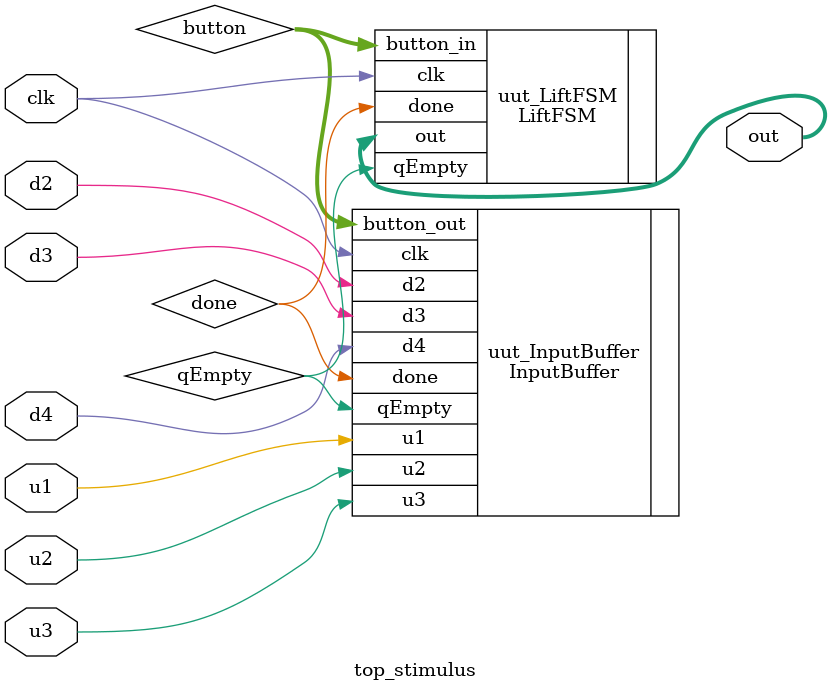
<source format=v>
module top_stimulus(input clk,d2,d3,d4,u1,u2,u3,output [1:0] out);

//Specify control signals and their primary datatype and make connection between LiftFSM and Inputbuffer
wire done;
wire qEmpty;
wire [5:0] button;

//Instantiate the first module LiftFSM
LiftFSM uut_LiftFSM(
	.clk			   (clk   ),
	.button_in		(button),
	.qEmpty			(qEmpty),
	.out		   	(out   ),
	.done		   	(done  )
);

//Instantiate the second module InputBuffer
InputBuffer uut_InputBuffer(
	.clk			   (clk   ),	
	.u1				(u1    ),
	.u2				(u2    ),
	.u3				(u3    ),
	.d2				(d2    ),
	.d3				(d3    ),
	.d4				(d4    ),
	.done		    	(done  ),
	.button_out	   (button),
	.qEmpty			(qEmpty)
);

endmodule
</source>
